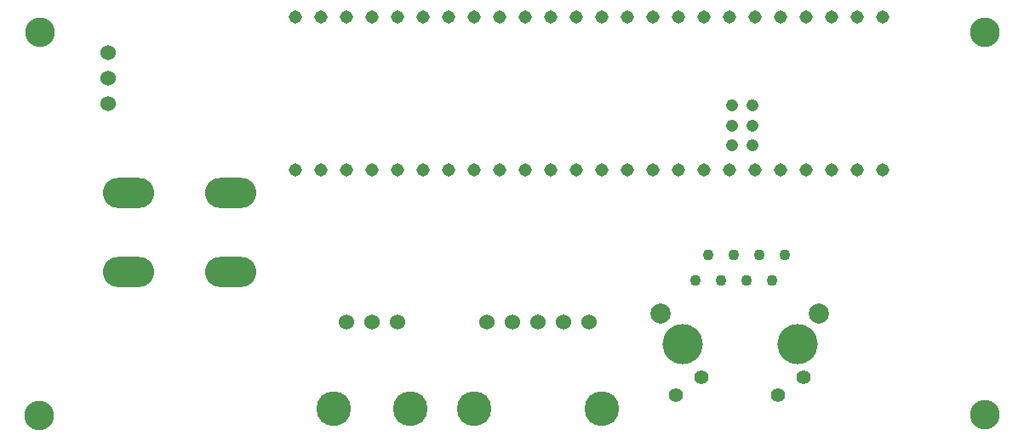
<source format=gbr>
G04 #@! TF.GenerationSoftware,KiCad,Pcbnew,7.0.5*
G04 #@! TF.CreationDate,2023-11-15T14:25:37-06:00*
G04 #@! TF.ProjectId,RotatingSignalStack_board,526f7461-7469-46e6-9753-69676e616c53,rev?*
G04 #@! TF.SameCoordinates,Original*
G04 #@! TF.FileFunction,Soldermask,Bot*
G04 #@! TF.FilePolarity,Negative*
%FSLAX46Y46*%
G04 Gerber Fmt 4.6, Leading zero omitted, Abs format (unit mm)*
G04 Created by KiCad (PCBNEW 7.0.5) date 2023-11-15 14:25:37*
%MOMM*%
%LPD*%
G01*
G04 APERTURE LIST*
%ADD10C,2.946400*%
%ADD11C,1.100000*%
%ADD12C,1.400000*%
%ADD13C,4.000000*%
%ADD14C,2.000000*%
%ADD15O,5.100000X3.000000*%
%ADD16C,1.308000*%
%ADD17C,1.208000*%
%ADD18C,3.450000*%
%ADD19C,1.524000*%
G04 APERTURE END LIST*
D10*
G04 #@! TO.C,V3*
X101092000Y-71120000D03*
G04 #@! TD*
G04 #@! TO.C,V1*
X195072000Y-109220000D03*
G04 #@! TD*
D11*
G04 #@! TO.C,J1*
X166243000Y-95809500D03*
X167513000Y-93269500D03*
X168783000Y-95809500D03*
X170053000Y-93269500D03*
X171323000Y-95809500D03*
X172593000Y-93269500D03*
X173863000Y-95809500D03*
X175133000Y-93269500D03*
D12*
X164363000Y-107239500D03*
X166903000Y-105449500D03*
X174473000Y-107239500D03*
X177013000Y-105449500D03*
D13*
X164973000Y-102159500D03*
X176403000Y-102159500D03*
D14*
X162813000Y-99109500D03*
X178563000Y-99109500D03*
G04 #@! TD*
D15*
G04 #@! TO.C,Conn2*
X120027700Y-87072500D03*
X120027700Y-94946500D03*
G04 #@! TD*
D10*
G04 #@! TO.C,V4*
X101009580Y-109302420D03*
G04 #@! TD*
D16*
G04 #@! TO.C,U2*
X182372000Y-69596000D03*
X179832000Y-69596000D03*
X177292000Y-69596000D03*
X174752000Y-69596000D03*
X149352000Y-69596000D03*
X179832000Y-84836000D03*
X172212000Y-69596000D03*
X169672000Y-69596000D03*
X167132000Y-69596000D03*
X164592000Y-69596000D03*
X162052000Y-69596000D03*
X159512000Y-69596000D03*
X156972000Y-69596000D03*
X154432000Y-69596000D03*
X151892000Y-69596000D03*
X151892000Y-84836000D03*
X154432000Y-84836000D03*
X156972000Y-84836000D03*
X159512000Y-84836000D03*
X162052000Y-84836000D03*
X164592000Y-84836000D03*
X167132000Y-84836000D03*
X169672000Y-84836000D03*
X172212000Y-84836000D03*
X174752000Y-84836000D03*
X177292000Y-84836000D03*
X146812000Y-69596000D03*
X144272000Y-69596000D03*
X141732000Y-69596000D03*
X139192000Y-69596000D03*
X136652000Y-69596000D03*
X134112000Y-69596000D03*
X131572000Y-69596000D03*
X129032000Y-69596000D03*
X126492000Y-69596000D03*
X126492000Y-84836000D03*
X129032000Y-84836000D03*
X131572000Y-84836000D03*
X134112000Y-84836000D03*
X136652000Y-84836000D03*
X139192000Y-84836000D03*
X141732000Y-84836000D03*
X144272000Y-84836000D03*
X146812000Y-84836000D03*
X184912000Y-69596000D03*
X149352000Y-84836000D03*
X182372000Y-84836000D03*
D17*
X169942000Y-80386000D03*
X171942000Y-80386000D03*
X171942000Y-82386000D03*
X169942000Y-82386000D03*
X169942000Y-78386000D03*
X171942000Y-78386000D03*
D16*
X184912000Y-84836000D03*
G04 #@! TD*
D18*
G04 #@! TO.C,Conn4*
X137922000Y-108585000D03*
X130302000Y-108585000D03*
D19*
X136652000Y-99949000D03*
X134112000Y-99949000D03*
X131572000Y-99949000D03*
G04 #@! TD*
D18*
G04 #@! TO.C,Conn3*
X156972000Y-108585000D03*
X144272000Y-108585000D03*
D19*
X155702000Y-99949000D03*
X153162000Y-99949000D03*
X150622000Y-99949000D03*
X148082000Y-99949000D03*
X145542000Y-99949000D03*
G04 #@! TD*
D15*
G04 #@! TO.C,Conn1*
X109867700Y-87072500D03*
X109867700Y-94946500D03*
G04 #@! TD*
D19*
G04 #@! TO.C,U1*
X107823000Y-78232000D03*
X107823000Y-75692000D03*
X107823000Y-73152000D03*
G04 #@! TD*
D10*
G04 #@! TO.C,V2*
X195072000Y-71120000D03*
G04 #@! TD*
M02*

</source>
